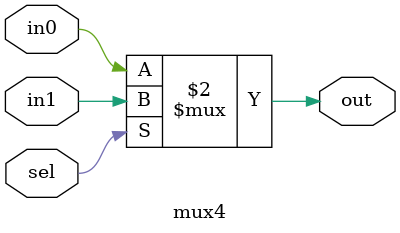
<source format=v>
module mux4(input in0, in1, sel,
                    output out);

    assign out = (sel== 1'b0) ? in0 : in1;

endmodule
</source>
